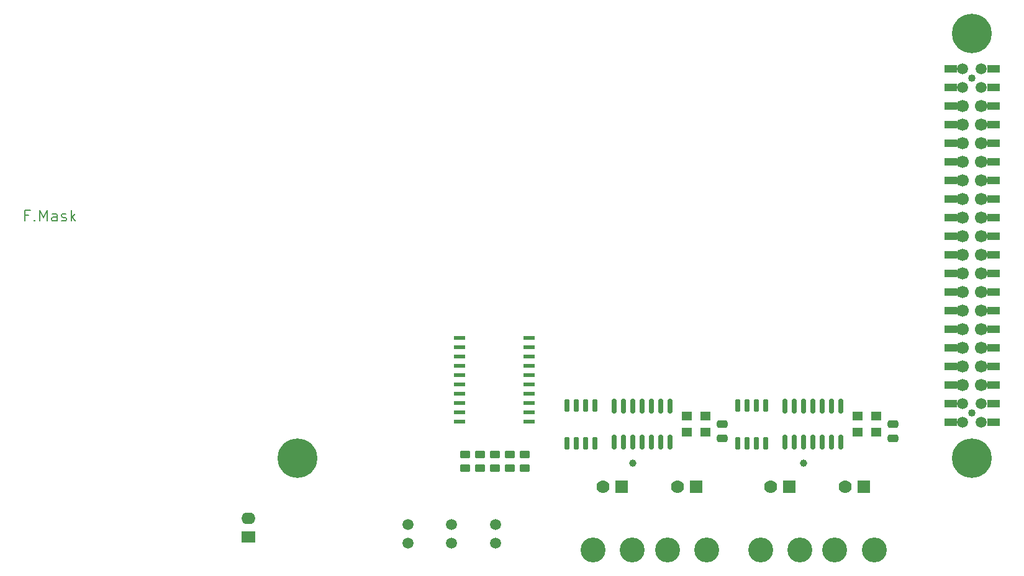
<source format=gbr>
%TF.GenerationSoftware,KiCad,Pcbnew,8.0.4-8.0.4-0~ubuntu22.04.1*%
%TF.CreationDate,2024-08-05T11:30:53-07:00*%
%TF.ProjectId,NX-IndicatorBoard,4e582d49-6e64-4696-9361-746f72426f61,2*%
%TF.SameCoordinates,Original*%
%TF.FileFunction,Soldermask,Top*%
%TF.FilePolarity,Negative*%
%FSLAX46Y46*%
G04 Gerber Fmt 4.6, Leading zero omitted, Abs format (unit mm)*
G04 Created by KiCad (PCBNEW 8.0.4-8.0.4-0~ubuntu22.04.1) date 2024-08-05 11:30:53*
%MOMM*%
%LPD*%
G01*
G04 APERTURE LIST*
G04 Aperture macros list*
%AMRoundRect*
0 Rectangle with rounded corners*
0 $1 Rounding radius*
0 $2 $3 $4 $5 $6 $7 $8 $9 X,Y pos of 4 corners*
0 Add a 4 corners polygon primitive as box body*
4,1,4,$2,$3,$4,$5,$6,$7,$8,$9,$2,$3,0*
0 Add four circle primitives for the rounded corners*
1,1,$1+$1,$2,$3*
1,1,$1+$1,$4,$5*
1,1,$1+$1,$6,$7*
1,1,$1+$1,$8,$9*
0 Add four rect primitives between the rounded corners*
20,1,$1+$1,$2,$3,$4,$5,0*
20,1,$1+$1,$4,$5,$6,$7,0*
20,1,$1+$1,$6,$7,$8,$9,0*
20,1,$1+$1,$8,$9,$2,$3,0*%
G04 Aperture macros list end*
%ADD10C,0.187500*%
%ADD11RoundRect,0.150000X0.150000X-0.825000X0.150000X0.825000X-0.150000X0.825000X-0.150000X-0.825000X0*%
%ADD12C,1.000000*%
%ADD13R,1.500000X0.600000*%
%ADD14R,1.400000X1.200000*%
%ADD15RoundRect,0.150000X-0.150000X0.725000X-0.150000X-0.725000X0.150000X-0.725000X0.150000X0.725000X0*%
%ADD16RoundRect,0.250000X0.450000X-0.262500X0.450000X0.262500X-0.450000X0.262500X-0.450000X-0.262500X0*%
%ADD17C,1.020000*%
%ADD18C,1.500000*%
%ADD19R,1.780000X1.020000*%
%ADD20C,1.700000*%
%ADD21C,3.400000*%
%ADD22R,1.778000X1.778000*%
%ADD23C,1.778000*%
%ADD24C,5.400000*%
%ADD25RoundRect,0.250000X0.475000X-0.250000X0.475000X0.250000X-0.475000X0.250000X-0.475000X-0.250000X0*%
%ADD26R,1.905000X1.600200*%
%ADD27O,1.905000X1.600200*%
G04 APERTURE END LIST*
D10*
X29377697Y-75855964D02*
X28877697Y-75855964D01*
X28877697Y-76641678D02*
X28877697Y-75141678D01*
X28877697Y-75141678D02*
X29591983Y-75141678D01*
X30163411Y-76498821D02*
X30234840Y-76570250D01*
X30234840Y-76570250D02*
X30163411Y-76641678D01*
X30163411Y-76641678D02*
X30091983Y-76570250D01*
X30091983Y-76570250D02*
X30163411Y-76498821D01*
X30163411Y-76498821D02*
X30163411Y-76641678D01*
X30877697Y-76641678D02*
X30877697Y-75141678D01*
X30877697Y-75141678D02*
X31377697Y-76213107D01*
X31377697Y-76213107D02*
X31877697Y-75141678D01*
X31877697Y-75141678D02*
X31877697Y-76641678D01*
X33234841Y-76641678D02*
X33234841Y-75855964D01*
X33234841Y-75855964D02*
X33163412Y-75713107D01*
X33163412Y-75713107D02*
X33020555Y-75641678D01*
X33020555Y-75641678D02*
X32734841Y-75641678D01*
X32734841Y-75641678D02*
X32591983Y-75713107D01*
X33234841Y-76570250D02*
X33091983Y-76641678D01*
X33091983Y-76641678D02*
X32734841Y-76641678D01*
X32734841Y-76641678D02*
X32591983Y-76570250D01*
X32591983Y-76570250D02*
X32520555Y-76427392D01*
X32520555Y-76427392D02*
X32520555Y-76284535D01*
X32520555Y-76284535D02*
X32591983Y-76141678D01*
X32591983Y-76141678D02*
X32734841Y-76070250D01*
X32734841Y-76070250D02*
X33091983Y-76070250D01*
X33091983Y-76070250D02*
X33234841Y-75998821D01*
X33877698Y-76570250D02*
X34020555Y-76641678D01*
X34020555Y-76641678D02*
X34306269Y-76641678D01*
X34306269Y-76641678D02*
X34449126Y-76570250D01*
X34449126Y-76570250D02*
X34520555Y-76427392D01*
X34520555Y-76427392D02*
X34520555Y-76355964D01*
X34520555Y-76355964D02*
X34449126Y-76213107D01*
X34449126Y-76213107D02*
X34306269Y-76141678D01*
X34306269Y-76141678D02*
X34091984Y-76141678D01*
X34091984Y-76141678D02*
X33949126Y-76070250D01*
X33949126Y-76070250D02*
X33877698Y-75927392D01*
X33877698Y-75927392D02*
X33877698Y-75855964D01*
X33877698Y-75855964D02*
X33949126Y-75713107D01*
X33949126Y-75713107D02*
X34091984Y-75641678D01*
X34091984Y-75641678D02*
X34306269Y-75641678D01*
X34306269Y-75641678D02*
X34449126Y-75713107D01*
X35163412Y-76641678D02*
X35163412Y-75141678D01*
X35306270Y-76070250D02*
X35734841Y-76641678D01*
X35734841Y-75641678D02*
X35163412Y-76213107D01*
D11*
%TO.C,U3*%
X109170500Y-106869000D03*
X110440500Y-106869000D03*
X111710500Y-106869000D03*
X112980500Y-106869000D03*
X114250500Y-106869000D03*
X115520500Y-106869000D03*
X116790500Y-106869000D03*
X116790500Y-101919000D03*
X115520500Y-101919000D03*
X114250500Y-101919000D03*
X112980500Y-101919000D03*
X111710500Y-101919000D03*
X110440500Y-101919000D03*
X109170500Y-101919000D03*
%TD*%
D12*
%TO.C,TP1*%
X111734600Y-109702600D03*
%TD*%
D13*
%TO.C,U1*%
X97612400Y-104013000D03*
X97612400Y-102743000D03*
X97612400Y-101473000D03*
X97612400Y-100203000D03*
X97612400Y-98933000D03*
X97612400Y-97663000D03*
X97612400Y-96393000D03*
X97612400Y-95123000D03*
X97612400Y-93853000D03*
X97612400Y-92583000D03*
X88112400Y-92583000D03*
X88112400Y-93853000D03*
X88112400Y-95123000D03*
X88112400Y-96393000D03*
X88112400Y-97663000D03*
X88112400Y-98933000D03*
X88112400Y-100203000D03*
X88112400Y-101473000D03*
X88112400Y-102743000D03*
X88112400Y-104013000D03*
%TD*%
D14*
%TO.C,U4*%
X121615200Y-103294000D03*
X119075200Y-103294000D03*
X119075200Y-105494000D03*
X121615200Y-105494000D03*
%TD*%
D15*
%TO.C,U5*%
X129819400Y-101844400D03*
X128549400Y-101844400D03*
X127279400Y-101844400D03*
X126009400Y-101844400D03*
X126009400Y-106994400D03*
X127279400Y-106994400D03*
X128549400Y-106994400D03*
X129819400Y-106994400D03*
%TD*%
D16*
%TO.C,R4*%
X94996000Y-110386500D03*
X94996000Y-108561500D03*
%TD*%
D14*
%TO.C,U7*%
X144907000Y-103294000D03*
X142367000Y-103294000D03*
X142367000Y-105494000D03*
X144907000Y-105494000D03*
%TD*%
D17*
%TO.C,J1*%
X158000000Y-102860000D03*
X158000000Y-57140000D03*
D18*
X159270000Y-104130000D03*
D19*
X160910000Y-104130000D03*
X155090000Y-104130000D03*
D18*
X156730000Y-104130000D03*
X159270000Y-101590000D03*
D19*
X160910000Y-101590000D03*
X155090000Y-101590000D03*
D18*
X156730000Y-101590000D03*
D20*
X159270000Y-99050000D03*
D19*
X160910000Y-99050000D03*
X155090000Y-99050000D03*
D20*
X156730000Y-99050000D03*
X159270000Y-96510000D03*
D19*
X160910000Y-96510000D03*
X155090000Y-96510000D03*
D20*
X156730000Y-96510000D03*
X159270000Y-93970000D03*
D19*
X160910000Y-93970000D03*
X155090000Y-93970000D03*
D20*
X156730000Y-93970000D03*
X159270000Y-91430000D03*
D19*
X160910000Y-91430000D03*
X155090000Y-91430000D03*
D20*
X156730000Y-91430000D03*
X159270000Y-88890000D03*
D19*
X160910000Y-88890000D03*
X155090000Y-88890000D03*
D20*
X156730000Y-88890000D03*
X159270000Y-86350000D03*
D19*
X160910000Y-86350000D03*
X155090000Y-86350000D03*
D20*
X156730000Y-86350000D03*
X159270000Y-83810000D03*
D19*
X160910000Y-83810000D03*
X155090000Y-83810000D03*
D20*
X156730000Y-83810000D03*
X159270000Y-81270000D03*
D19*
X160910000Y-81270000D03*
X155090000Y-81270000D03*
D20*
X156730000Y-81270000D03*
X159270000Y-78730000D03*
D19*
X160910000Y-78730000D03*
X155090000Y-78730000D03*
D20*
X156730000Y-78730000D03*
X159270000Y-76190000D03*
D19*
X160910000Y-76190000D03*
X155090000Y-76190000D03*
D20*
X156730000Y-76190000D03*
X159270000Y-73650000D03*
D19*
X160910000Y-73650000D03*
X155090000Y-73650000D03*
D20*
X156730000Y-73650000D03*
X159270000Y-71110000D03*
D19*
X160910000Y-71110000D03*
X155090000Y-71110000D03*
D20*
X156730000Y-71110000D03*
X159270000Y-68570000D03*
D19*
X160910000Y-68570000D03*
X155090000Y-68570000D03*
D20*
X156730000Y-68570000D03*
X159270000Y-66030000D03*
D19*
X160910000Y-66030000D03*
X155090000Y-66030000D03*
D20*
X156730000Y-66030000D03*
X159270000Y-63490000D03*
D19*
X160910000Y-63490000D03*
X155090000Y-63490000D03*
D20*
X156730000Y-63490000D03*
X159270000Y-60950000D03*
D19*
X160910000Y-60950000D03*
X155090000Y-60950000D03*
D20*
X156730000Y-60950000D03*
D18*
X159270000Y-58410000D03*
D19*
X160910000Y-58410000D03*
X155090000Y-58410000D03*
D18*
X156730000Y-58410000D03*
X159270000Y-55870000D03*
D19*
X160910000Y-55870000D03*
X155090000Y-55870000D03*
D18*
X156730000Y-55870000D03*
%TD*%
D21*
%TO.C,J2*%
X111636000Y-121543000D03*
X106296000Y-121543000D03*
D22*
X110236000Y-112903000D03*
D23*
X107696000Y-112903000D03*
%TD*%
D11*
%TO.C,U6*%
X132461000Y-106869000D03*
X133731000Y-106869000D03*
X135001000Y-106869000D03*
X136271000Y-106869000D03*
X137541000Y-106869000D03*
X138811000Y-106869000D03*
X140081000Y-106869000D03*
X140081000Y-101919000D03*
X138811000Y-101919000D03*
X137541000Y-101919000D03*
X136271000Y-101919000D03*
X135001000Y-101919000D03*
X133731000Y-101919000D03*
X132461000Y-101919000D03*
%TD*%
D16*
%TO.C,R2*%
X90932000Y-110386500D03*
X90932000Y-108561500D03*
%TD*%
D12*
%TO.C,TP2*%
X135001000Y-109677200D03*
%TD*%
D16*
%TO.C,R5*%
X97028000Y-110386500D03*
X97028000Y-108561500D03*
%TD*%
D24*
%TO.C,H1*%
X158000000Y-51000000D03*
%TD*%
D21*
%TO.C,J5*%
X144630600Y-121543000D03*
X139290600Y-121543000D03*
D22*
X143230600Y-112903000D03*
D23*
X140690600Y-112903000D03*
%TD*%
D15*
%TO.C,U2*%
X106527600Y-101869800D03*
X105257600Y-101869800D03*
X103987600Y-101869800D03*
X102717600Y-101869800D03*
X102717600Y-107019800D03*
X103987600Y-107019800D03*
X105257600Y-107019800D03*
X106527600Y-107019800D03*
%TD*%
D16*
%TO.C,R3*%
X92964000Y-110386500D03*
X92964000Y-108561500D03*
%TD*%
D24*
%TO.C,H2*%
X66000000Y-109000000D03*
%TD*%
%TO.C,H3*%
X158000000Y-109000000D03*
%TD*%
D21*
%TO.C,J3*%
X121796000Y-121543000D03*
X116456000Y-121543000D03*
D22*
X120396000Y-112903000D03*
D23*
X117856000Y-112903000D03*
%TD*%
D25*
%TO.C,C2*%
X147243800Y-106309200D03*
X147243800Y-104409200D03*
%TD*%
D21*
%TO.C,J4*%
X134496000Y-121543000D03*
X129156000Y-121543000D03*
D22*
X133096000Y-112903000D03*
D23*
X130556000Y-112903000D03*
%TD*%
D16*
%TO.C,R1*%
X88900000Y-110386500D03*
X88900000Y-108561500D03*
%TD*%
D25*
%TO.C,C1*%
X123952000Y-106309200D03*
X123952000Y-104409200D03*
%TD*%
D18*
%TO.C,LP2*%
X87046000Y-120640220D03*
X87046000Y-118100220D03*
%TD*%
D26*
%TO.C,J6*%
X59317800Y-119786400D03*
D27*
X59317800Y-117246400D03*
%TD*%
D18*
%TO.C,LP3*%
X81046000Y-120640220D03*
X81046000Y-118100220D03*
%TD*%
%TO.C,LP1*%
X93046000Y-120640220D03*
X93046000Y-118100220D03*
%TD*%
M02*

</source>
